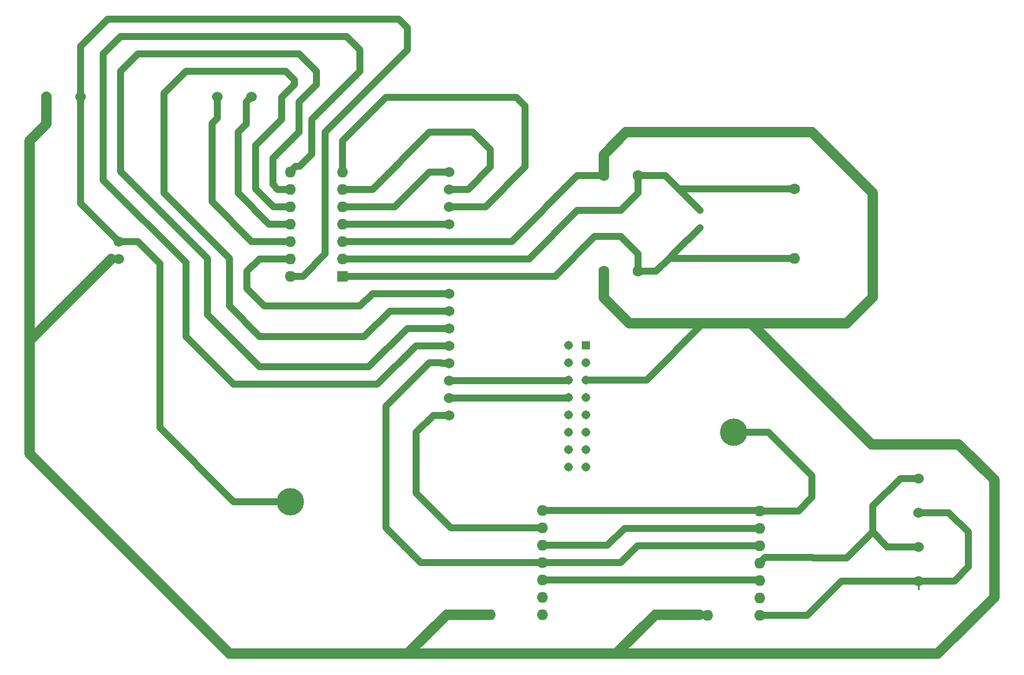
<source format=gbr>
G04 #@! TF.GenerationSoftware,KiCad,Pcbnew,(5.0.0)*
G04 #@! TF.CreationDate,2018-12-11T19:12:22-02:00*
G04 #@! TF.ProjectId,trab,747261622E6B696361645F7063620000,rev?*
G04 #@! TF.SameCoordinates,Original*
G04 #@! TF.FileFunction,Copper,L2,Bot,Signal*
G04 #@! TF.FilePolarity,Positive*
%FSLAX46Y46*%
G04 Gerber Fmt 4.6, Leading zero omitted, Abs format (unit mm)*
G04 Created by KiCad (PCBNEW (5.0.0)) date 12/11/18 19:12:22*
%MOMM*%
%LPD*%
G01*
G04 APERTURE LIST*
G04 #@! TA.AperFunction,ComponentPad*
%ADD10C,1.600000*%
G04 #@! TD*
G04 #@! TA.AperFunction,ComponentPad*
%ADD11O,1.600000X1.600000*%
G04 #@! TD*
G04 #@! TA.AperFunction,ComponentPad*
%ADD12C,1.000000*%
G04 #@! TD*
G04 #@! TA.AperFunction,ComponentPad*
%ADD13C,1.524000*%
G04 #@! TD*
G04 #@! TA.AperFunction,ComponentPad*
%ADD14R,1.600000X1.600000*%
G04 #@! TD*
G04 #@! TA.AperFunction,ComponentPad*
%ADD15R,1.310000X1.310000*%
G04 #@! TD*
G04 #@! TA.AperFunction,ComponentPad*
%ADD16C,1.310000*%
G04 #@! TD*
G04 #@! TA.AperFunction,ViaPad*
%ADD17C,4.000000*%
G04 #@! TD*
G04 #@! TA.AperFunction,Conductor*
%ADD18C,0.250000*%
G04 #@! TD*
G04 #@! TA.AperFunction,Conductor*
%ADD19C,1.000000*%
G04 #@! TD*
G04 #@! TA.AperFunction,Conductor*
%ADD20C,1.500000*%
G04 #@! TD*
G04 APERTURE END LIST*
D10*
G04 #@! TO.P,R2,1*
G04 #@! TO.N,Net-(C2-Pad1)*
X202565000Y-62230000D03*
D11*
G04 #@! TO.P,R2,2*
G04 #@! TO.N,Net-(C1-Pad1)*
X202565000Y-72390000D03*
G04 #@! TD*
D10*
G04 #@! TO.P,C2,2*
G04 #@! TO.N,GND*
X174705000Y-60325000D03*
G04 #@! TO.P,C2,1*
G04 #@! TO.N,Net-(C2-Pad1)*
X179705000Y-60325000D03*
G04 #@! TD*
G04 #@! TO.P,C1,1*
G04 #@! TO.N,Net-(C1-Pad1)*
X179705000Y-74295000D03*
G04 #@! TO.P,C1,2*
G04 #@! TO.N,GND*
X174705000Y-74295000D03*
G04 #@! TD*
D12*
G04 #@! TO.P,Y1,1*
G04 #@! TO.N,Net-(C1-Pad1)*
X188755000Y-67895000D03*
G04 #@! TO.P,Y1,2*
G04 #@! TO.N,Net-(C2-Pad1)*
X188755000Y-65355000D03*
G04 #@! TD*
D11*
G04 #@! TO.P,U1,8*
G04 #@! TO.N,N/C*
X165735000Y-124460000D03*
G04 #@! TO.P,U1,9*
X165735000Y-121920000D03*
G04 #@! TO.P,U1,10*
G04 #@! TO.N,Net-(U1-Pad10)*
X165735000Y-119380000D03*
G04 #@! TO.P,U1,11*
G04 #@! TO.N,/MOTOR*
X165735000Y-116840000D03*
G04 #@! TO.P,U1,12*
G04 #@! TO.N,Net-(U1-Pad12)*
X165735000Y-114300000D03*
G04 #@! TO.P,U1,13*
G04 #@! TO.N,/ENABLE*
X165735000Y-111760000D03*
G04 #@! TO.P,U1,7*
G04 #@! TO.N,GND*
X158115000Y-124460000D03*
G04 #@! TO.P,U1,14*
G04 #@! TO.N,/+5V*
X165735000Y-109220000D03*
G04 #@! TD*
D13*
G04 #@! TO.P,U8,28*
G04 #@! TO.N,/+5V*
X103825000Y-69925000D03*
G04 #@! TO.P,U8,27*
G04 #@! TO.N,GND*
X103825000Y-72465000D03*
G04 #@! TO.P,U8,14*
G04 #@! TO.N,/SCK*
X152085000Y-59765000D03*
G04 #@! TO.P,U8,13*
G04 #@! TO.N,/MISO*
X152085000Y-62305000D03*
G04 #@! TO.P,U8,12*
G04 #@! TO.N,/MOSI*
X152085000Y-64845000D03*
G04 #@! TO.P,U8,11*
G04 #@! TO.N,/SS*
X152085000Y-67385000D03*
G04 #@! TO.P,U8,8*
G04 #@! TO.N,/EN_1*
X152085000Y-77545000D03*
G04 #@! TO.P,U8,7*
G04 #@! TO.N,/INDEX_1*
X152085000Y-80085000D03*
G04 #@! TO.P,U8,6*
G04 #@! TO.N,/DFLAG_1*
X152085000Y-82625000D03*
G04 #@! TO.P,U8,5*
G04 #@! TO.N,/LFLAG_1*
X152085000Y-85165000D03*
G04 #@! TO.P,U8,4*
G04 #@! TO.N,/MOTOR*
X152085000Y-87705000D03*
G04 #@! TO.P,U8,3*
G04 #@! TO.N,/ELB1*
X152085000Y-90245000D03*
G04 #@! TO.P,U8,2*
G04 #@! TO.N,/ELB2*
X152085000Y-92785000D03*
G04 #@! TO.P,U8,1*
G04 #@! TO.N,/ENABLE*
X152085000Y-95325000D03*
G04 #@! TD*
D14*
G04 #@! TO.P,U3,1*
G04 #@! TO.N,Net-(C1-Pad1)*
X136525000Y-75005000D03*
D11*
G04 #@! TO.P,U3,8*
G04 #@! TO.N,/LFLAG_1*
X128905000Y-59765000D03*
G04 #@! TO.P,U3,2*
G04 #@! TO.N,Net-(C2-Pad1)*
X136525000Y-72465000D03*
G04 #@! TO.P,U3,9*
G04 #@! TO.N,/DFLAG_1*
X128905000Y-62305000D03*
G04 #@! TO.P,U3,3*
G04 #@! TO.N,GND*
X136525000Y-69925000D03*
G04 #@! TO.P,U3,10*
G04 #@! TO.N,/INDEX_1*
X128905000Y-64845000D03*
G04 #@! TO.P,U3,4*
G04 #@! TO.N,/SS*
X136525000Y-67385000D03*
G04 #@! TO.P,U3,11*
G04 #@! TO.N,/B_J1*
X128905000Y-67385000D03*
G04 #@! TO.P,U3,5*
G04 #@! TO.N,/SCK*
X136525000Y-64845000D03*
G04 #@! TO.P,U3,12*
G04 #@! TO.N,/A_J1*
X128905000Y-69925000D03*
G04 #@! TO.P,U3,6*
G04 #@! TO.N,/MISO*
X136525000Y-62305000D03*
G04 #@! TO.P,U3,13*
G04 #@! TO.N,/EN_1*
X128905000Y-72465000D03*
G04 #@! TO.P,U3,7*
G04 #@! TO.N,/MOSI*
X136525000Y-59765000D03*
G04 #@! TO.P,U3,14*
G04 #@! TO.N,/+5V*
X128905000Y-75005000D03*
G04 #@! TD*
D13*
G04 #@! TO.P,U7,1*
G04 #@! TO.N,GND*
X93265000Y-48815000D03*
G04 #@! TO.P,U7,2*
G04 #@! TO.N,/+5V*
X98265000Y-48815000D03*
G04 #@! TO.P,U7,3*
G04 #@! TO.N,/A_J1*
X118265000Y-48815000D03*
G04 #@! TO.P,U7,4*
G04 #@! TO.N,/B_J1*
X123265000Y-48815000D03*
G04 #@! TD*
D11*
G04 #@! TO.P,U2,8*
G04 #@! TO.N,Net-(U2-Pad8)*
X197485000Y-124535000D03*
G04 #@! TO.P,U2,9*
G04 #@! TO.N,Net-(U1-Pad12)*
X197485000Y-121995000D03*
G04 #@! TO.P,U2,10*
G04 #@! TO.N,Net-(U1-Pad10)*
X197485000Y-119455000D03*
G04 #@! TO.P,U2,11*
G04 #@! TO.N,Net-(U2-Pad11)*
X197485000Y-116915000D03*
G04 #@! TO.P,U2,12*
G04 #@! TO.N,/MOTOR*
X197485000Y-114375000D03*
G04 #@! TO.P,U2,13*
G04 #@! TO.N,Net-(U1-Pad12)*
X197485000Y-111835000D03*
G04 #@! TO.P,U2,7*
G04 #@! TO.N,GND*
X189865000Y-124535000D03*
G04 #@! TO.P,U2,14*
G04 #@! TO.N,/+5V*
X197485000Y-109295000D03*
G04 #@! TD*
D13*
G04 #@! TO.P,U4,1*
G04 #@! TO.N,Net-(U2-Pad8)*
X220665000Y-119535000D03*
G04 #@! TO.P,U4,2*
G04 #@! TO.N,Net-(U2-Pad11)*
X220665000Y-114535000D03*
G04 #@! TO.P,U4,3*
G04 #@! TO.N,Net-(U2-Pad8)*
X220665000Y-109535000D03*
G04 #@! TO.P,U4,4*
G04 #@! TO.N,Net-(U2-Pad11)*
X220665000Y-104535000D03*
G04 #@! TO.P,U4,6*
G04 #@! TO.N,GND*
X220665000Y-99535000D03*
G04 #@! TD*
D15*
G04 #@! TO.P,U5,1*
G04 #@! TO.N,N/C*
X172085000Y-85090000D03*
D16*
G04 #@! TO.P,U5,3*
X172085000Y-87630000D03*
G04 #@! TO.P,U5,5*
G04 #@! TO.N,GND*
X172085000Y-90170000D03*
G04 #@! TO.P,U5,7*
G04 #@! TO.N,N/C*
X172085000Y-92710000D03*
G04 #@! TO.P,U5,9*
X172085000Y-95250000D03*
G04 #@! TO.P,U5,11*
X172085000Y-97790000D03*
G04 #@! TO.P,U5,13*
X172085000Y-100330000D03*
G04 #@! TO.P,U5,15*
X172085000Y-102870000D03*
G04 #@! TO.P,U5,2*
X169545000Y-85090000D03*
G04 #@! TO.P,U5,4*
X169545000Y-87630000D03*
G04 #@! TO.P,U5,6*
G04 #@! TO.N,/ELB1*
X169545000Y-90170000D03*
G04 #@! TO.P,U5,8*
G04 #@! TO.N,/ELB2*
X169545000Y-92710000D03*
G04 #@! TO.P,U5,10*
G04 #@! TO.N,N/C*
X169545000Y-95250000D03*
G04 #@! TO.P,U5,12*
X169545000Y-97790000D03*
G04 #@! TO.P,U5,14*
X169545000Y-100330000D03*
G04 #@! TO.P,U5,16*
X169545000Y-102870000D03*
G04 #@! TD*
D17*
G04 #@! TO.N,/+5V*
X193675000Y-97790000D03*
X128905000Y-107950000D03*
G04 #@! TD*
D18*
G04 #@! TO.N,Net-(U2-Pad8)*
X220665000Y-119535000D02*
X220665000Y-120725000D01*
X220665000Y-119535000D02*
X221855000Y-119535000D01*
D19*
X225905000Y-119535000D02*
X220665000Y-119535000D01*
X227965000Y-117475000D02*
X225905000Y-119535000D01*
X227965000Y-112395000D02*
X227965000Y-117475000D01*
X220665000Y-109535000D02*
X225105000Y-109535000D01*
X225105000Y-109535000D02*
X227965000Y-112395000D01*
X209395000Y-119535000D02*
X220665000Y-119535000D01*
X197485000Y-124535000D02*
X204395000Y-124535000D01*
X204395000Y-124535000D02*
X209395000Y-119535000D01*
D20*
G04 #@! TO.N,GND*
X205105000Y-53975000D02*
X179705000Y-53975000D01*
X210185000Y-81915000D02*
X213995000Y-78105000D01*
X213995000Y-78105000D02*
X213995000Y-62865000D01*
X213995000Y-62865000D02*
X205105000Y-53975000D01*
X200025000Y-81915000D02*
X210185000Y-81915000D01*
X102747370Y-72465000D02*
X90805000Y-84407370D01*
D19*
X103825000Y-72465000D02*
X102747370Y-72465000D01*
D20*
X220665000Y-99535000D02*
X213835000Y-99535000D01*
X213835000Y-99535000D02*
X196215000Y-81915000D01*
X196215000Y-81915000D02*
X200025000Y-81915000D01*
X90805000Y-55245000D02*
X90805000Y-84407370D01*
X93265000Y-52785000D02*
X90805000Y-55245000D01*
X93265000Y-48815000D02*
X93265000Y-52785000D01*
D19*
X180975000Y-90170000D02*
X189230000Y-81915000D01*
X172085000Y-90170000D02*
X180975000Y-90170000D01*
D20*
X189230000Y-81915000D02*
X196215000Y-81915000D01*
X231775000Y-104775000D02*
X226535000Y-99535000D01*
X226535000Y-99535000D02*
X220665000Y-99535000D01*
X231775000Y-121920000D02*
X231775000Y-104775000D01*
X223520000Y-130175000D02*
X231775000Y-121920000D01*
X90805000Y-84407370D02*
X90805000Y-100965000D01*
X90805000Y-100965000D02*
X120015000Y-130175000D01*
X151765000Y-124460000D02*
X146050000Y-130175000D01*
X158115000Y-124460000D02*
X151765000Y-124460000D01*
X120015000Y-130175000D02*
X146050000Y-130175000D01*
D19*
X188733630Y-124535000D02*
X188658630Y-124460000D01*
X189865000Y-124535000D02*
X188733630Y-124535000D01*
D20*
X182245000Y-124460000D02*
X176530000Y-130175000D01*
X188658630Y-124460000D02*
X182245000Y-124460000D01*
X146050000Y-130175000D02*
X176530000Y-130175000D01*
X176530000Y-130175000D02*
X223520000Y-130175000D01*
X174705000Y-74295000D02*
X174705000Y-78185000D01*
X178435000Y-81915000D02*
X189230000Y-81915000D01*
X174705000Y-78185000D02*
X178435000Y-81915000D01*
D19*
X170815000Y-60325000D02*
X174705000Y-60325000D01*
X136525000Y-69925000D02*
X161215000Y-69925000D01*
X161215000Y-69925000D02*
X170815000Y-60325000D01*
D20*
X174705000Y-60325000D02*
X174705000Y-57230000D01*
X177960000Y-53975000D02*
X179705000Y-53975000D01*
X174705000Y-57230000D02*
X177960000Y-53975000D01*
D19*
G04 #@! TO.N,/INDEX_1*
X126440000Y-64845000D02*
X128905000Y-64845000D01*
X120015000Y-72390000D02*
X110490000Y-62865000D01*
X120015000Y-79375000D02*
X120015000Y-72390000D01*
X123825000Y-62230000D02*
X126440000Y-64845000D01*
X124460000Y-83820000D02*
X120015000Y-79375000D01*
X139700000Y-83820000D02*
X124460000Y-83820000D01*
X110490000Y-62865000D02*
X110490000Y-48260000D01*
X152085000Y-80085000D02*
X143435000Y-80085000D01*
X110490000Y-48260000D02*
X113665000Y-45085000D01*
X143435000Y-80085000D02*
X139700000Y-83820000D01*
X113665000Y-45085000D02*
X128270000Y-45085000D01*
X128270000Y-45085000D02*
X129540000Y-46355000D01*
X129540000Y-46355000D02*
X129540000Y-46990000D01*
X129540000Y-46990000D02*
X127635000Y-48895000D01*
X127635000Y-48895000D02*
X127635000Y-52070000D01*
X127635000Y-52070000D02*
X123825000Y-55880000D01*
X123825000Y-55880000D02*
X123825000Y-62230000D01*
G04 #@! TO.N,/A_J1*
X118265000Y-48815000D02*
X118265000Y-51915000D01*
X118265000Y-51915000D02*
X117475000Y-52705000D01*
X117475000Y-52705000D02*
X117475000Y-64135000D01*
X123265000Y-69925000D02*
X128905000Y-69925000D01*
X117475000Y-64135000D02*
X123265000Y-69925000D01*
G04 #@! TO.N,/+5V*
X193675000Y-97790000D02*
X193675000Y-97790000D01*
X98265000Y-64365000D02*
X103825000Y-69925000D01*
X98265000Y-48815000D02*
X98265000Y-64365000D01*
X103825000Y-69925000D02*
X106605000Y-69925000D01*
X106605000Y-69925000D02*
X109855000Y-73175000D01*
X109855000Y-73175000D02*
X109855000Y-97155000D01*
X109855000Y-97155000D02*
X120650000Y-107950000D01*
X120650000Y-107950000D02*
X128905000Y-107950000D01*
X130735000Y-75005000D02*
X128905000Y-75005000D01*
X133985000Y-71755000D02*
X130735000Y-75005000D01*
X133985000Y-53975000D02*
X133985000Y-71755000D01*
X128905000Y-107950000D02*
X128905000Y-107950000D01*
X197410000Y-109220000D02*
X197485000Y-109295000D01*
X165735000Y-109220000D02*
X197410000Y-109220000D01*
X193675000Y-97790000D02*
X198755000Y-97790000D01*
X198755000Y-97790000D02*
X205105000Y-104140000D01*
X205105000Y-104140000D02*
X205105000Y-107315000D01*
X203125000Y-109295000D02*
X197485000Y-109295000D01*
X205105000Y-107315000D02*
X203125000Y-109295000D01*
X146050000Y-41910000D02*
X140970000Y-46990000D01*
X146050000Y-38735000D02*
X146050000Y-41910000D01*
X140970000Y-46990000D02*
X133985000Y-53975000D01*
X141605000Y-46355000D02*
X140970000Y-46990000D01*
X98265000Y-48815000D02*
X98265000Y-41435000D01*
X98265000Y-41435000D02*
X102235000Y-37465000D01*
X102235000Y-37465000D02*
X144780000Y-37465000D01*
X144780000Y-37465000D02*
X146050000Y-38735000D01*
G04 #@! TO.N,/B_J1*
X125805000Y-67385000D02*
X128905000Y-67385000D01*
X121285000Y-62865000D02*
X125805000Y-67385000D01*
X121285000Y-53975000D02*
X121285000Y-62865000D01*
X122503001Y-52756999D02*
X121285000Y-53975000D01*
X123265000Y-48815000D02*
X122503001Y-49576999D01*
X122503001Y-49576999D02*
X122503001Y-52756999D01*
G04 #@! TO.N,/SCK*
X137656370Y-64845000D02*
X136525000Y-64845000D01*
X149225000Y-59765000D02*
X144145000Y-64845000D01*
X152085000Y-59765000D02*
X149225000Y-59765000D01*
X144145000Y-64845000D02*
X137656370Y-64845000D01*
G04 #@! TO.N,/MISO*
X152085000Y-62305000D02*
X154865000Y-62305000D01*
X154865000Y-62305000D02*
X158115000Y-59055000D01*
X158115000Y-59055000D02*
X158115000Y-56515000D01*
X158115000Y-56515000D02*
X155575000Y-53975000D01*
X155575000Y-53975000D02*
X149225000Y-53975000D01*
X140895000Y-62305000D02*
X136525000Y-62305000D01*
X149225000Y-53975000D02*
X140895000Y-62305000D01*
G04 #@! TO.N,/MOSI*
X136525000Y-55245000D02*
X142875000Y-48895000D01*
X157405000Y-64845000D02*
X152085000Y-64845000D01*
X142875000Y-48895000D02*
X161925000Y-48895000D01*
X136525000Y-59765000D02*
X136525000Y-55245000D01*
X161925000Y-48895000D02*
X163195000Y-50165000D01*
X163195000Y-50165000D02*
X163195000Y-59055000D01*
X163195000Y-59055000D02*
X157405000Y-64845000D01*
G04 #@! TO.N,/SS*
X151007370Y-67385000D02*
X136525000Y-67385000D01*
X152085000Y-67385000D02*
X151007370Y-67385000D01*
G04 #@! TO.N,/ENABLE*
X152085000Y-95325000D02*
X149785000Y-95325000D01*
X149785000Y-95325000D02*
X147320000Y-97790000D01*
X147320000Y-97790000D02*
X147320000Y-106680000D01*
X152400000Y-111760000D02*
X165735000Y-111760000D01*
X147320000Y-106680000D02*
X152400000Y-111760000D01*
G04 #@! TO.N,/ELB2*
X169470000Y-92785000D02*
X169545000Y-92710000D01*
X152085000Y-92785000D02*
X169470000Y-92785000D01*
G04 #@! TO.N,/ELB1*
X169470000Y-90245000D02*
X169545000Y-90170000D01*
X152085000Y-90245000D02*
X169470000Y-90245000D01*
G04 #@! TO.N,/EN_1*
X140895000Y-77545000D02*
X152085000Y-77545000D01*
X128905000Y-72465000D02*
X124385000Y-72465000D01*
X124385000Y-72465000D02*
X122555000Y-74295000D01*
X122555000Y-74295000D02*
X122555000Y-76835000D01*
X122555000Y-76835000D02*
X125095000Y-79375000D01*
X125095000Y-79375000D02*
X139065000Y-79375000D01*
X139065000Y-79375000D02*
X140895000Y-77545000D01*
G04 #@! TO.N,/MOTOR*
X151007370Y-87705000D02*
X150932370Y-87630000D01*
X152085000Y-87705000D02*
X151007370Y-87705000D01*
X150932370Y-87630000D02*
X149225000Y-87630000D01*
X149225000Y-87630000D02*
X142875000Y-93980000D01*
X142875000Y-93980000D02*
X142875000Y-111760000D01*
X142875000Y-111760000D02*
X147955000Y-116840000D01*
X147955000Y-116840000D02*
X165735000Y-116840000D01*
X179630000Y-114375000D02*
X197485000Y-114375000D01*
X165735000Y-116840000D02*
X177165000Y-116840000D01*
X177165000Y-116840000D02*
X179630000Y-114375000D01*
G04 #@! TO.N,/DFLAG_1*
X127075000Y-62305000D02*
X128905000Y-62305000D01*
X126365000Y-61595000D02*
X127075000Y-62305000D01*
X104140000Y-59690000D02*
X104140000Y-45085000D01*
X104140000Y-45085000D02*
X106680000Y-42545000D01*
X145975000Y-82625000D02*
X140335000Y-88265000D01*
X126365000Y-57785000D02*
X126365000Y-61595000D01*
X152085000Y-82625000D02*
X145975000Y-82625000D01*
X140335000Y-88265000D02*
X124460000Y-88265000D01*
X130175000Y-53975000D02*
X126365000Y-57785000D01*
X124460000Y-88265000D02*
X116840000Y-80645000D01*
X116840000Y-80645000D02*
X116840000Y-72390000D01*
X116840000Y-72390000D02*
X104140000Y-59690000D01*
X106680000Y-42545000D02*
X130175000Y-42545000D01*
X130175000Y-42545000D02*
X132715000Y-45085000D01*
X132715000Y-46990000D02*
X130175000Y-49530000D01*
X132715000Y-45085000D02*
X132715000Y-46990000D01*
X130175000Y-49530000D02*
X130175000Y-53975000D01*
G04 #@! TO.N,/LFLAG_1*
X147245000Y-85165000D02*
X152085000Y-85165000D01*
X141605000Y-90805000D02*
X147245000Y-85165000D01*
X113665000Y-83820000D02*
X120650000Y-90805000D01*
X120650000Y-90805000D02*
X141605000Y-90805000D01*
X101600000Y-42545000D02*
X101600000Y-60960000D01*
X137160000Y-40005000D02*
X104140000Y-40005000D01*
X113665000Y-73025000D02*
X113665000Y-83820000D01*
X104140000Y-40005000D02*
X101600000Y-42545000D01*
X101600000Y-60960000D02*
X113665000Y-73025000D01*
X132080000Y-52070000D02*
X139065000Y-45085000D01*
X139065000Y-45085000D02*
X139065000Y-41910000D01*
X139065000Y-41910000D02*
X137160000Y-40005000D01*
X129704999Y-58965001D02*
X130264999Y-58965001D01*
X128905000Y-59765000D02*
X129704999Y-58965001D01*
X132080000Y-57150000D02*
X132080000Y-52070000D01*
X130264999Y-58965001D02*
X132080000Y-57150000D01*
G04 #@! TO.N,Net-(C2-Pad1)*
X183085000Y-60325000D02*
X179705000Y-60325000D01*
X179705000Y-60325000D02*
X179705000Y-62865000D01*
X179705000Y-62865000D02*
X177165000Y-65405000D01*
X177165000Y-65405000D02*
X170815000Y-65405000D01*
X163755000Y-72465000D02*
X141925000Y-72465000D01*
X170815000Y-65405000D02*
X163755000Y-72465000D01*
X141925000Y-72465000D02*
X136525000Y-72465000D01*
X183725000Y-60325000D02*
X183085000Y-60325000D01*
X201433630Y-62230000D02*
X185630000Y-62230000D01*
X202565000Y-62230000D02*
X201433630Y-62230000D01*
X188755000Y-65355000D02*
X185630000Y-62230000D01*
X185630000Y-62230000D02*
X183725000Y-60325000D01*
G04 #@! TO.N,Net-(C1-Pad1)*
X179705000Y-74295000D02*
X179705000Y-71755000D01*
X179705000Y-71755000D02*
X177165000Y-69215000D01*
X177165000Y-69215000D02*
X173355000Y-69215000D01*
X167565000Y-75005000D02*
X141925000Y-75005000D01*
X173355000Y-69215000D02*
X167565000Y-75005000D01*
X141925000Y-75005000D02*
X136525000Y-75005000D01*
X179705000Y-74295000D02*
X182355000Y-74295000D01*
X185420000Y-71230000D02*
X188755000Y-67895000D01*
X184895000Y-71755000D02*
X188755000Y-67895000D01*
X193250000Y-72390000D02*
X184260000Y-72390000D01*
X202565000Y-72390000D02*
X193250000Y-72390000D01*
X182355000Y-74295000D02*
X184260000Y-72390000D01*
X184260000Y-72390000D02*
X184895000Y-71755000D01*
G04 #@! TO.N,Net-(U1-Pad12)*
X165735000Y-114300000D02*
X175260000Y-114300000D01*
X177725000Y-111835000D02*
X197485000Y-111835000D01*
X175260000Y-114300000D02*
X177725000Y-111835000D01*
G04 #@! TO.N,Net-(U2-Pad11)*
X216135000Y-114535000D02*
X220665000Y-114535000D01*
X213995000Y-112395000D02*
X216135000Y-114535000D01*
X213995000Y-108585000D02*
X213995000Y-112395000D01*
X220665000Y-104535000D02*
X218045000Y-104535000D01*
X218045000Y-104535000D02*
X213995000Y-108585000D01*
X198284999Y-116115001D02*
X205194999Y-116115001D01*
X197485000Y-116915000D02*
X198284999Y-116115001D01*
X205194999Y-116115001D02*
X205284998Y-116205000D01*
X210185000Y-116205000D02*
X213995000Y-112395000D01*
X205284998Y-116205000D02*
X210185000Y-116205000D01*
G04 #@! TO.N,Net-(U1-Pad10)*
X197410000Y-119380000D02*
X197485000Y-119455000D01*
X165735000Y-119380000D02*
X197410000Y-119380000D01*
G04 #@! TD*
M02*

</source>
